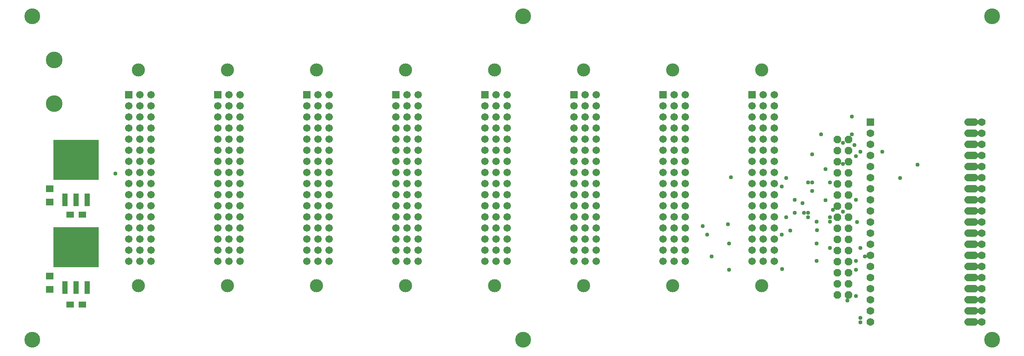
<source format=gbr>
G04 EAGLE Gerber RS-274X export*
G75*
%MOMM*%
%FSLAX34Y34*%
%LPD*%
%INSoldermask Top*%
%IPPOS*%
%AMOC8*
5,1,8,0,0,1.08239X$1,22.5*%
G01*
%ADD10C,3.603200*%
%ADD11C,2.993200*%
%ADD12R,1.711200X1.711200*%
%ADD13C,1.711200*%
%ADD14C,3.803200*%
%ADD15R,1.219200X2.895600*%
%ADD16R,10.363200X9.144000*%
%ADD17R,1.703200X1.473200*%
%ADD18R,1.803200X1.503200*%
%ADD19P,1.869504X8X112.500000*%
%ADD20R,1.763200X1.763200*%
%ADD21C,1.763200*%
%ADD22C,1.727200*%
%ADD23C,0.959600*%


D10*
X30000Y770000D03*
X30000Y30000D03*
X2220000Y30000D03*
X2220000Y770000D03*
X1150000Y770000D03*
X1150000Y30000D03*
D11*
X272400Y153100D03*
X272400Y646900D03*
D12*
X250000Y590500D03*
D13*
X250000Y565100D03*
X250000Y539700D03*
X250000Y514300D03*
X250000Y488900D03*
X250000Y463500D03*
X250000Y438100D03*
X250000Y412700D03*
X250000Y387300D03*
X250000Y361900D03*
X250000Y336500D03*
X250000Y311100D03*
X250000Y285700D03*
X250000Y260300D03*
X250000Y234900D03*
X250000Y209500D03*
X275400Y590500D03*
X275400Y565100D03*
X275400Y539700D03*
X275400Y514300D03*
X275400Y488900D03*
X275400Y463500D03*
X275400Y438100D03*
X275400Y412700D03*
X275400Y387300D03*
X275400Y361900D03*
X275400Y336500D03*
X275400Y311100D03*
X275400Y285700D03*
X275400Y260300D03*
X275400Y234900D03*
X275400Y209500D03*
X300800Y590500D03*
X300800Y565100D03*
X300800Y539700D03*
X300800Y514300D03*
X300800Y488900D03*
X300800Y463500D03*
X300800Y438100D03*
X300800Y412700D03*
X300800Y387300D03*
X300800Y361900D03*
X300800Y336500D03*
X300800Y311100D03*
X300800Y285700D03*
X300800Y260300D03*
X300800Y234900D03*
X300800Y209500D03*
D11*
X475600Y153100D03*
X475600Y646900D03*
D12*
X453200Y590500D03*
D13*
X453200Y565100D03*
X453200Y539700D03*
X453200Y514300D03*
X453200Y488900D03*
X453200Y463500D03*
X453200Y438100D03*
X453200Y412700D03*
X453200Y387300D03*
X453200Y361900D03*
X453200Y336500D03*
X453200Y311100D03*
X453200Y285700D03*
X453200Y260300D03*
X453200Y234900D03*
X453200Y209500D03*
X478600Y590500D03*
X478600Y565100D03*
X478600Y539700D03*
X478600Y514300D03*
X478600Y488900D03*
X478600Y463500D03*
X478600Y438100D03*
X478600Y412700D03*
X478600Y387300D03*
X478600Y361900D03*
X478600Y336500D03*
X478600Y311100D03*
X478600Y285700D03*
X478600Y260300D03*
X478600Y234900D03*
X478600Y209500D03*
X504000Y590500D03*
X504000Y565100D03*
X504000Y539700D03*
X504000Y514300D03*
X504000Y488900D03*
X504000Y463500D03*
X504000Y438100D03*
X504000Y412700D03*
X504000Y387300D03*
X504000Y361900D03*
X504000Y336500D03*
X504000Y311100D03*
X504000Y285700D03*
X504000Y260300D03*
X504000Y234900D03*
X504000Y209500D03*
D11*
X678800Y153100D03*
X678800Y646900D03*
D12*
X656400Y590500D03*
D13*
X656400Y565100D03*
X656400Y539700D03*
X656400Y514300D03*
X656400Y488900D03*
X656400Y463500D03*
X656400Y438100D03*
X656400Y412700D03*
X656400Y387300D03*
X656400Y361900D03*
X656400Y336500D03*
X656400Y311100D03*
X656400Y285700D03*
X656400Y260300D03*
X656400Y234900D03*
X656400Y209500D03*
X681800Y590500D03*
X681800Y565100D03*
X681800Y539700D03*
X681800Y514300D03*
X681800Y488900D03*
X681800Y463500D03*
X681800Y438100D03*
X681800Y412700D03*
X681800Y387300D03*
X681800Y361900D03*
X681800Y336500D03*
X681800Y311100D03*
X681800Y285700D03*
X681800Y260300D03*
X681800Y234900D03*
X681800Y209500D03*
X707200Y590500D03*
X707200Y565100D03*
X707200Y539700D03*
X707200Y514300D03*
X707200Y488900D03*
X707200Y463500D03*
X707200Y438100D03*
X707200Y412700D03*
X707200Y387300D03*
X707200Y361900D03*
X707200Y336500D03*
X707200Y311100D03*
X707200Y285700D03*
X707200Y260300D03*
X707200Y234900D03*
X707200Y209500D03*
D11*
X882000Y153100D03*
X882000Y646900D03*
D12*
X859600Y590500D03*
D13*
X859600Y565100D03*
X859600Y539700D03*
X859600Y514300D03*
X859600Y488900D03*
X859600Y463500D03*
X859600Y438100D03*
X859600Y412700D03*
X859600Y387300D03*
X859600Y361900D03*
X859600Y336500D03*
X859600Y311100D03*
X859600Y285700D03*
X859600Y260300D03*
X859600Y234900D03*
X859600Y209500D03*
X885000Y590500D03*
X885000Y565100D03*
X885000Y539700D03*
X885000Y514300D03*
X885000Y488900D03*
X885000Y463500D03*
X885000Y438100D03*
X885000Y412700D03*
X885000Y387300D03*
X885000Y361900D03*
X885000Y336500D03*
X885000Y311100D03*
X885000Y285700D03*
X885000Y260300D03*
X885000Y234900D03*
X885000Y209500D03*
X910400Y590500D03*
X910400Y565100D03*
X910400Y539700D03*
X910400Y514300D03*
X910400Y488900D03*
X910400Y463500D03*
X910400Y438100D03*
X910400Y412700D03*
X910400Y387300D03*
X910400Y361900D03*
X910400Y336500D03*
X910400Y311100D03*
X910400Y285700D03*
X910400Y260300D03*
X910400Y234900D03*
X910400Y209500D03*
D11*
X1085200Y153100D03*
X1085200Y646900D03*
D12*
X1062800Y590500D03*
D13*
X1062800Y565100D03*
X1062800Y539700D03*
X1062800Y514300D03*
X1062800Y488900D03*
X1062800Y463500D03*
X1062800Y438100D03*
X1062800Y412700D03*
X1062800Y387300D03*
X1062800Y361900D03*
X1062800Y336500D03*
X1062800Y311100D03*
X1062800Y285700D03*
X1062800Y260300D03*
X1062800Y234900D03*
X1062800Y209500D03*
X1088200Y590500D03*
X1088200Y565100D03*
X1088200Y539700D03*
X1088200Y514300D03*
X1088200Y488900D03*
X1088200Y463500D03*
X1088200Y438100D03*
X1088200Y412700D03*
X1088200Y387300D03*
X1088200Y361900D03*
X1088200Y336500D03*
X1088200Y311100D03*
X1088200Y285700D03*
X1088200Y260300D03*
X1088200Y234900D03*
X1088200Y209500D03*
X1113600Y590500D03*
X1113600Y565100D03*
X1113600Y539700D03*
X1113600Y514300D03*
X1113600Y488900D03*
X1113600Y463500D03*
X1113600Y438100D03*
X1113600Y412700D03*
X1113600Y387300D03*
X1113600Y361900D03*
X1113600Y336500D03*
X1113600Y311100D03*
X1113600Y285700D03*
X1113600Y260300D03*
X1113600Y234900D03*
X1113600Y209500D03*
D11*
X1288400Y153100D03*
X1288400Y646900D03*
D12*
X1266000Y590500D03*
D13*
X1266000Y565100D03*
X1266000Y539700D03*
X1266000Y514300D03*
X1266000Y488900D03*
X1266000Y463500D03*
X1266000Y438100D03*
X1266000Y412700D03*
X1266000Y387300D03*
X1266000Y361900D03*
X1266000Y336500D03*
X1266000Y311100D03*
X1266000Y285700D03*
X1266000Y260300D03*
X1266000Y234900D03*
X1266000Y209500D03*
X1291400Y590500D03*
X1291400Y565100D03*
X1291400Y539700D03*
X1291400Y514300D03*
X1291400Y488900D03*
X1291400Y463500D03*
X1291400Y438100D03*
X1291400Y412700D03*
X1291400Y387300D03*
X1291400Y361900D03*
X1291400Y336500D03*
X1291400Y311100D03*
X1291400Y285700D03*
X1291400Y260300D03*
X1291400Y234900D03*
X1291400Y209500D03*
X1316800Y590500D03*
X1316800Y565100D03*
X1316800Y539700D03*
X1316800Y514300D03*
X1316800Y488900D03*
X1316800Y463500D03*
X1316800Y438100D03*
X1316800Y412700D03*
X1316800Y387300D03*
X1316800Y361900D03*
X1316800Y336500D03*
X1316800Y311100D03*
X1316800Y285700D03*
X1316800Y260300D03*
X1316800Y234900D03*
X1316800Y209500D03*
D11*
X1491600Y153100D03*
X1491600Y646900D03*
D12*
X1469200Y590500D03*
D13*
X1469200Y565100D03*
X1469200Y539700D03*
X1469200Y514300D03*
X1469200Y488900D03*
X1469200Y463500D03*
X1469200Y438100D03*
X1469200Y412700D03*
X1469200Y387300D03*
X1469200Y361900D03*
X1469200Y336500D03*
X1469200Y311100D03*
X1469200Y285700D03*
X1469200Y260300D03*
X1469200Y234900D03*
X1469200Y209500D03*
X1494600Y590500D03*
X1494600Y565100D03*
X1494600Y539700D03*
X1494600Y514300D03*
X1494600Y488900D03*
X1494600Y463500D03*
X1494600Y438100D03*
X1494600Y412700D03*
X1494600Y387300D03*
X1494600Y361900D03*
X1494600Y336500D03*
X1494600Y311100D03*
X1494600Y285700D03*
X1494600Y260300D03*
X1494600Y234900D03*
X1494600Y209500D03*
X1520000Y590500D03*
X1520000Y565100D03*
X1520000Y539700D03*
X1520000Y514300D03*
X1520000Y488900D03*
X1520000Y463500D03*
X1520000Y438100D03*
X1520000Y412700D03*
X1520000Y387300D03*
X1520000Y361900D03*
X1520000Y336500D03*
X1520000Y311100D03*
X1520000Y285700D03*
X1520000Y260300D03*
X1520000Y234900D03*
X1520000Y209500D03*
D11*
X1694800Y153100D03*
X1694800Y646900D03*
D12*
X1672400Y590500D03*
D13*
X1672400Y565100D03*
X1672400Y539700D03*
X1672400Y514300D03*
X1672400Y488900D03*
X1672400Y463500D03*
X1672400Y438100D03*
X1672400Y412700D03*
X1672400Y387300D03*
X1672400Y361900D03*
X1672400Y336500D03*
X1672400Y311100D03*
X1672400Y285700D03*
X1672400Y260300D03*
X1672400Y234900D03*
X1672400Y209500D03*
X1697800Y590500D03*
X1697800Y565100D03*
X1697800Y539700D03*
X1697800Y514300D03*
X1697800Y488900D03*
X1697800Y463500D03*
X1697800Y438100D03*
X1697800Y412700D03*
X1697800Y387300D03*
X1697800Y361900D03*
X1697800Y336500D03*
X1697800Y311100D03*
X1697800Y285700D03*
X1697800Y260300D03*
X1697800Y234900D03*
X1697800Y209500D03*
X1723200Y590500D03*
X1723200Y565100D03*
X1723200Y539700D03*
X1723200Y514300D03*
X1723200Y488900D03*
X1723200Y463500D03*
X1723200Y438100D03*
X1723200Y412700D03*
X1723200Y387300D03*
X1723200Y361900D03*
X1723200Y336500D03*
X1723200Y311100D03*
X1723200Y285700D03*
X1723200Y260300D03*
X1723200Y234900D03*
X1723200Y209500D03*
D14*
X80000Y670000D03*
X80000Y570000D03*
D15*
X104600Y349576D03*
X130000Y349576D03*
X155400Y349576D03*
D16*
X130000Y441524D03*
D17*
X143970Y316000D03*
X116030Y316000D03*
D18*
X70000Y375240D03*
X70000Y344760D03*
D15*
X104600Y149576D03*
X130000Y149576D03*
X155400Y149576D03*
D16*
X130000Y241524D03*
D17*
X143970Y110000D03*
X116030Y110000D03*
D18*
X70000Y175240D03*
X70000Y144760D03*
D19*
X1892700Y132200D03*
X1867300Y132200D03*
X1892700Y157600D03*
X1867300Y157600D03*
X1892700Y183000D03*
X1867300Y183000D03*
X1892700Y208400D03*
X1867300Y208400D03*
X1892700Y233800D03*
X1867300Y233800D03*
X1892700Y259200D03*
X1867300Y259200D03*
X1892700Y284600D03*
X1867300Y284600D03*
X1892700Y310000D03*
X1867300Y310000D03*
X1892700Y335400D03*
X1867300Y335400D03*
X1892700Y360800D03*
X1867300Y360800D03*
X1892700Y386200D03*
X1867300Y386200D03*
X1892700Y411600D03*
X1867300Y411600D03*
X1892700Y437000D03*
X1867300Y437000D03*
X1892700Y462400D03*
X1867300Y462400D03*
X1892700Y487800D03*
X1867300Y487800D03*
D20*
X1943000Y527600D03*
D21*
X1943000Y502200D03*
X1943000Y70400D03*
X1943000Y476800D03*
X1943000Y451400D03*
X1943000Y426000D03*
X1943000Y400600D03*
X1943000Y375200D03*
X1943000Y349800D03*
X1943000Y324400D03*
X1943000Y299000D03*
X1943000Y273600D03*
X1943000Y248200D03*
X1943000Y222800D03*
X1943000Y197400D03*
X1943000Y172000D03*
X1943000Y146600D03*
X1943000Y121200D03*
X1943000Y95800D03*
X2197000Y527600D03*
X2197000Y502200D03*
X2197000Y476800D03*
X2197000Y451400D03*
X2197000Y426000D03*
X2197000Y400600D03*
X2197000Y375200D03*
X2197000Y349800D03*
X2197000Y324400D03*
X2197000Y299000D03*
X2197000Y273600D03*
X2197000Y248200D03*
X2197000Y222800D03*
X2197000Y197400D03*
X2197000Y172000D03*
X2197000Y146600D03*
X2197000Y121200D03*
X2197000Y95800D03*
X2197000Y70400D03*
D22*
X2180220Y70400D02*
X2164980Y70400D01*
X2164980Y95800D02*
X2180220Y95800D01*
X2180220Y121200D02*
X2164980Y121200D01*
X2164980Y146600D02*
X2180220Y146600D01*
X2180220Y172000D02*
X2164980Y172000D01*
X2164980Y197400D02*
X2180220Y197400D01*
X2180220Y222800D02*
X2164980Y222800D01*
X2164980Y248200D02*
X2180220Y248200D01*
X2180220Y273600D02*
X2164980Y273600D01*
X2164980Y299000D02*
X2180220Y299000D01*
X2180220Y324400D02*
X2164980Y324400D01*
X2164980Y349800D02*
X2180220Y349800D01*
X2180220Y375200D02*
X2164980Y375200D01*
X2164980Y400600D02*
X2180220Y400600D01*
X2180220Y426000D02*
X2164980Y426000D01*
X2164980Y451400D02*
X2180220Y451400D01*
X2180220Y476800D02*
X2164980Y476800D01*
X2164980Y502200D02*
X2180220Y502200D01*
X2180220Y527600D02*
X2164980Y527600D01*
D23*
X1900000Y540000D03*
X1740000Y380000D03*
X1750000Y400000D03*
X1970000Y460000D03*
X1900000Y500000D03*
X1617200Y294100D03*
X1620000Y250000D03*
X1620000Y190000D03*
X1920000Y80000D03*
X1920000Y70000D03*
X1580000Y220000D03*
X1570000Y270000D03*
X1560000Y290000D03*
X1800000Y310000D03*
X1910000Y450000D03*
X1920000Y460000D03*
X1820000Y300000D03*
X1857210Y327210D03*
X1624000Y401874D03*
X1880100Y322500D03*
X1910000Y350000D03*
X1912500Y299300D03*
X1930000Y220000D03*
X1910000Y210000D03*
X1850000Y240000D03*
X1820000Y250000D03*
X220000Y410000D03*
X1910000Y130000D03*
X1770000Y320000D03*
X1850000Y300000D03*
X1790912Y320000D03*
X1840000Y349000D03*
X1741350Y191350D03*
X1820500Y280500D03*
X1850000Y310000D03*
X1800000Y320000D03*
X1760000Y280000D03*
X1820000Y210000D03*
X1890000Y119274D03*
X1840000Y420000D03*
X2050000Y430000D03*
X2010000Y400000D03*
X1905900Y475200D03*
X1788000Y342000D03*
X1850000Y390000D03*
X1910000Y190000D03*
X1750000Y310000D03*
X1920000Y240000D03*
X1880000Y480000D03*
X1879999Y431921D03*
X1810000Y370000D03*
X1830000Y500000D03*
X1800000Y390000D03*
X1810000Y453990D03*
X1810000Y390000D03*
X1770000Y350000D03*
X1740000Y270000D03*
M02*

</source>
